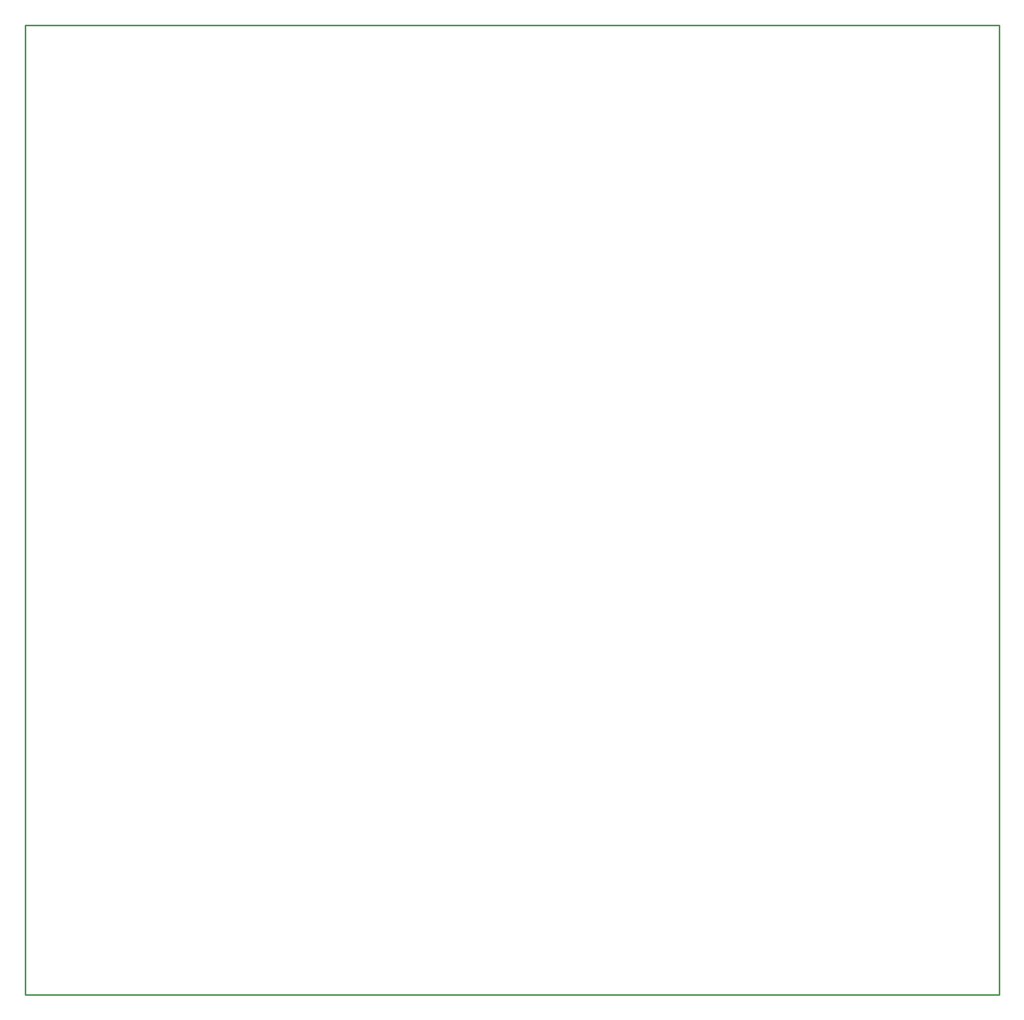
<source format=gm1>
%FSLAX24Y24*%
%MOIN*%
G70*
G01*
G75*
G04 Layer_Color=16711935*
%ADD10R,0.1181X0.2165*%
%ADD11C,0.0300*%
%ADD12C,0.0400*%
%ADD13C,0.0500*%
%ADD14C,0.2000*%
%ADD15C,0.0100*%
%ADD16C,0.2362*%
%ADD17C,0.2362*%
%ADD18C,0.0787*%
%ADD19O,0.0984X0.0591*%
%ADD20C,0.0984*%
%ADD21C,0.0787*%
%ADD22C,0.0669*%
%ADD23R,0.0669X0.0669*%
%ADD24R,0.0669X0.0669*%
%ADD25C,0.0748*%
%ADD26C,0.0591*%
%ADD27R,0.0591X0.0591*%
%ADD28R,0.0591X0.0591*%
%ADD29C,0.0630*%
%ADD30R,0.1181X0.1181*%
%ADD31C,0.1181*%
%ADD32C,0.1181*%
%ADD33R,0.1181X0.1181*%
%ADD34C,0.1772*%
%ADD35C,0.0630*%
%ADD36R,0.0630X0.0630*%
%ADD37C,0.0748*%
%ADD38C,0.0512*%
%ADD39C,0.0500*%
%ADD40C,0.0591*%
%ADD41C,0.0700*%
%ADD42C,0.0800*%
%ADD43C,0.0600*%
%ADD44R,0.1261X0.2245*%
%ADD45C,0.2442*%
%ADD46C,0.2442*%
%ADD47C,0.0867*%
%ADD48O,0.1064X0.0671*%
%ADD49C,0.1064*%
%ADD50C,0.0867*%
%ADD51C,0.0749*%
%ADD52R,0.0749X0.0749*%
%ADD53R,0.0749X0.0749*%
%ADD54C,0.0828*%
%ADD55C,0.0671*%
%ADD56R,0.0671X0.0671*%
%ADD57R,0.0671X0.0671*%
%ADD58C,0.0710*%
%ADD59R,0.1261X0.1261*%
%ADD60C,0.1261*%
%ADD61C,0.1261*%
%ADD62R,0.1261X0.1261*%
%ADD63C,0.1852*%
%ADD64C,0.0710*%
%ADD65R,0.0710X0.0710*%
%ADD66C,0.0828*%
%ADD67C,0.0592*%
D15*
X-31500Y15250D02*
X31500D01*
Y-47500D02*
Y15250D01*
X-31500Y-47500D02*
X31500D01*
X-31500D02*
Y15250D01*
M02*

</source>
